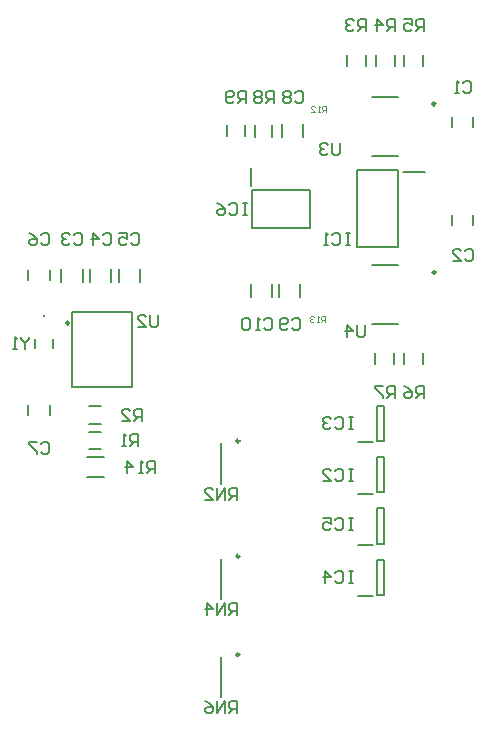
<source format=gbr>
G04*
G04 #@! TF.GenerationSoftware,Altium Limited,Altium Designer,24.3.1 (35)*
G04*
G04 Layer_Color=16776960*
%FSLAX44Y44*%
%MOMM*%
G71*
G04*
G04 #@! TF.SameCoordinates,D61E4413-AD1B-46AA-9FCE-7A96C032C263*
G04*
G04*
G04 #@! TF.FilePolarity,Positive*
G04*
G01*
G75*
%ADD11C,0.2500*%
%ADD12C,0.2000*%
%ADD13C,0.2032*%
%ADD14C,0.1016*%
D11*
X-165922Y75336D02*
G03*
X-165922Y75336I-1250J0D01*
G01*
X144100Y260858D02*
G03*
X144100Y260858I-1250J0D01*
G01*
X144354Y118110D02*
G03*
X144354Y118110I-1250J0D01*
G01*
X-21834Y-205536D02*
G03*
X-21834Y-205536I-1250J0D01*
G01*
Y-24688D02*
G03*
X-21834Y-24688I-1250J0D01*
G01*
X-21834Y-122224D02*
G03*
X-21834Y-122224I-1250J0D01*
G01*
D12*
X-187307Y80912D02*
G03*
X-187307Y81912I0J500D01*
G01*
D02*
G03*
X-187307Y80912I0J-500D01*
G01*
D02*
G03*
X-187307Y81912I0J500D01*
G01*
X-151014Y-37982D02*
X-136514D01*
X-151014Y-54982D02*
X-136514D01*
X-200807Y111588D02*
Y120061D01*
X-182225Y111588D02*
Y120061D01*
X-179807Y53912D02*
Y61912D01*
X-194807Y53912D02*
Y61912D01*
X-163322Y84836D02*
X-112522D01*
X-163322Y21336D02*
X-112522D01*
Y84836D01*
X-163322Y21336D02*
Y84836D01*
X69470Y292434D02*
Y302434D01*
X85470Y292434D02*
Y302434D01*
X109600Y292434D02*
Y302434D01*
X93600Y292434D02*
Y302434D01*
X90600Y216808D02*
X112600D01*
X90600Y266808D02*
X112600D01*
X158341Y241128D02*
Y249600D01*
X175923Y241128D02*
Y249600D01*
X29574Y97116D02*
Y108116D01*
X11574Y97116D02*
Y108116D01*
X5698Y97116D02*
Y108116D01*
X-12302Y97116D02*
Y108116D01*
X90854Y74060D02*
X112854D01*
X90854Y124060D02*
X112854D01*
X32368Y232618D02*
Y243618D01*
X14368Y232618D02*
Y243618D01*
X-12338Y191458D02*
Y206708D01*
X-11038Y187958D02*
X37962D01*
Y155958D02*
Y187958D01*
X-11038Y155958D02*
X37962D01*
X-11038D02*
Y187958D01*
X133730Y292451D02*
Y302451D01*
X117730Y292451D02*
Y302451D01*
X78786Y-25652D02*
X91286D01*
X94786Y-24652D02*
Y5348D01*
X100286D01*
Y-24652D02*
Y5348D01*
X94786Y-24652D02*
X100286D01*
X94786Y-155208D02*
X100286D01*
Y-125208D01*
X94786D02*
X100286D01*
X94786Y-155208D02*
Y-125208D01*
X78786Y-156208D02*
X91286D01*
X94786Y-111690D02*
X100286D01*
Y-81689D01*
X94786D02*
X100286D01*
X94786Y-111690D02*
Y-81689D01*
X78786Y-112689D02*
X91286D01*
X78786Y-69171D02*
X91286D01*
X94786Y-68171D02*
Y-38170D01*
X100286D01*
Y-68171D02*
Y-38170D01*
X94786Y-68171D02*
X100286D01*
X77496Y204458D02*
X112496D01*
X77496Y139458D02*
Y204458D01*
Y139458D02*
X112496D01*
Y204458D01*
X116746Y202958D02*
X135246D01*
X157841Y158578D02*
Y167050D01*
X176423Y158578D02*
Y167050D01*
X6238Y233118D02*
Y243118D01*
X-8762Y233118D02*
Y243118D01*
X-32642Y233637D02*
Y242598D01*
X-17142Y233637D02*
Y242598D01*
X93346Y40212D02*
Y50212D01*
X109346Y40212D02*
Y50212D01*
X133984Y40212D02*
Y50212D01*
X117984Y40212D02*
Y50212D01*
X-37084Y-241536D02*
Y-207536D01*
X-201061Y-2966D02*
Y5506D01*
X-182479Y-2966D02*
Y5506D01*
X-154576Y110324D02*
Y121324D01*
X-172576Y110324D02*
Y121324D01*
X-37084Y-60688D02*
Y-26688D01*
X-37084Y-158224D02*
Y-124224D01*
X-124040Y110070D02*
Y121070D01*
X-106040Y110070D02*
Y121070D01*
X-148446Y110324D02*
Y121324D01*
X-130446Y110324D02*
Y121324D01*
X-148766Y4960D02*
X-138766D01*
X-148766Y-10040D02*
X-138766D01*
X-148766Y-31630D02*
X-138766D01*
X-148766Y-16630D02*
X-138766D01*
D13*
X-92968Y-51560D02*
Y-41404D01*
X-98047D01*
X-99739Y-43096D01*
Y-46482D01*
X-98047Y-48175D01*
X-92968D01*
X-96354D02*
X-99739Y-51560D01*
X-103125D02*
X-106510D01*
X-104818D01*
Y-41404D01*
X-103125Y-43096D01*
X-116667Y-51560D02*
Y-41404D01*
X-111589Y-46482D01*
X-118360D01*
X-24050Y-255268D02*
Y-245112D01*
X-29128D01*
X-30821Y-246804D01*
Y-250190D01*
X-29128Y-251883D01*
X-24050D01*
X-27435D02*
X-30821Y-255268D01*
X-34206D02*
Y-245112D01*
X-40978Y-255268D01*
Y-245112D01*
X-51134D02*
X-47749Y-246804D01*
X-44363Y-250190D01*
Y-253576D01*
X-46056Y-255268D01*
X-49441D01*
X-51134Y-253576D01*
Y-251883D01*
X-49441Y-250190D01*
X-44363D01*
X-24050Y-74420D02*
Y-64264D01*
X-29128D01*
X-30821Y-65956D01*
Y-69342D01*
X-29128Y-71035D01*
X-24050D01*
X-27435D02*
X-30821Y-74420D01*
X-34206D02*
Y-64264D01*
X-40978Y-74420D01*
Y-64264D01*
X-51134Y-74420D02*
X-44363D01*
X-51134Y-67649D01*
Y-65956D01*
X-49441Y-64264D01*
X-46056D01*
X-44363Y-65956D01*
X85680Y322582D02*
Y332738D01*
X80602D01*
X78909Y331046D01*
Y327660D01*
X80602Y325967D01*
X85680D01*
X82294D02*
X78909Y322582D01*
X75523Y331046D02*
X73830Y332738D01*
X70445D01*
X68752Y331046D01*
Y329353D01*
X70445Y327660D01*
X72138D01*
X70445D01*
X68752Y325967D01*
Y324274D01*
X70445Y322582D01*
X73830D01*
X75523Y324274D01*
X-107785Y-29208D02*
Y-19052D01*
X-112863D01*
X-114556Y-20744D01*
Y-24130D01*
X-112863Y-25823D01*
X-107785D01*
X-111170D02*
X-114556Y-29208D01*
X-117942D02*
X-121327D01*
X-119634D01*
Y-19052D01*
X-117942Y-20744D01*
X-15752Y177036D02*
X-19138D01*
X-17445D01*
Y166880D01*
X-15752D01*
X-19138D01*
X-30987Y175344D02*
X-29294Y177036D01*
X-25909D01*
X-24216Y175344D01*
Y168572D01*
X-25909Y166880D01*
X-29294D01*
X-30987Y168572D01*
X-41144Y177036D02*
X-37758Y175344D01*
X-34373Y171958D01*
Y168572D01*
X-36066Y166880D01*
X-39451D01*
X-41144Y168572D01*
Y170265D01*
X-39451Y171958D01*
X-34373D01*
X-933Y78062D02*
X759Y79754D01*
X4145D01*
X5838Y78062D01*
Y71290D01*
X4145Y69598D01*
X759D01*
X-933Y71290D01*
X-4319Y69598D02*
X-7704D01*
X-6012D01*
Y79754D01*
X-4319Y78062D01*
X-12783D02*
X-14476Y79754D01*
X-17861D01*
X-19554Y78062D01*
Y71290D01*
X-17861Y69598D01*
X-14476D01*
X-12783Y71290D01*
Y78062D01*
X-24050Y-171956D02*
Y-161800D01*
X-29128D01*
X-30821Y-163492D01*
Y-166878D01*
X-29128Y-168571D01*
X-24050D01*
X-27435D02*
X-30821Y-171956D01*
X-34206D02*
Y-161800D01*
X-40978Y-171956D01*
Y-161800D01*
X-49441Y-171956D02*
Y-161800D01*
X-44363Y-166878D01*
X-51134D01*
X84410Y73658D02*
Y65194D01*
X82717Y63502D01*
X79332D01*
X77639Y65194D01*
Y73658D01*
X69175Y63502D02*
Y73658D01*
X74253Y68580D01*
X67482D01*
X63328Y227836D02*
Y219372D01*
X61635Y217680D01*
X58250D01*
X56557Y219372D01*
Y227836D01*
X53171Y226144D02*
X51478Y227836D01*
X48093D01*
X46400Y226144D01*
Y224451D01*
X48093Y222758D01*
X49786D01*
X48093D01*
X46400Y221065D01*
Y219372D01*
X48093Y217680D01*
X51478D01*
X53171Y219372D01*
X110318Y11432D02*
Y21588D01*
X105240D01*
X103547Y19896D01*
Y16510D01*
X105240Y14817D01*
X110318D01*
X106932D02*
X103547Y11432D01*
X100161Y21588D02*
X93390D01*
Y19896D01*
X100161Y13124D01*
Y11432D01*
X134702D02*
Y21588D01*
X129624D01*
X127931Y19896D01*
Y16510D01*
X129624Y14817D01*
X134702D01*
X131316D02*
X127931Y11432D01*
X117774Y21588D02*
X121160Y19896D01*
X124545Y16510D01*
Y13124D01*
X122852Y11432D01*
X119467D01*
X117774Y13124D01*
Y14817D01*
X119467Y16510D01*
X124545D01*
X-16428Y261114D02*
Y271270D01*
X-21506D01*
X-23199Y269578D01*
Y266192D01*
X-21506Y264499D01*
X-16428D01*
X-19814D02*
X-23199Y261114D01*
X-26585Y262806D02*
X-28278Y261114D01*
X-31663D01*
X-33356Y262806D01*
Y269578D01*
X-31663Y271270D01*
X-28278D01*
X-26585Y269578D01*
Y267885D01*
X-28278Y266192D01*
X-33356D01*
X134194Y322582D02*
Y332738D01*
X129116D01*
X127423Y331046D01*
Y327660D01*
X129116Y325967D01*
X134194D01*
X130808D02*
X127423Y322582D01*
X117266Y332738D02*
X124037D01*
Y327660D01*
X120652Y329353D01*
X118959D01*
X117266Y327660D01*
Y324274D01*
X118959Y322582D01*
X122344D01*
X124037Y324274D01*
X7194Y261114D02*
Y271270D01*
X2116D01*
X423Y269578D01*
Y266192D01*
X2116Y264499D01*
X7194D01*
X3808D02*
X423Y261114D01*
X-2963Y269578D02*
X-4656Y271270D01*
X-8041D01*
X-9734Y269578D01*
Y267885D01*
X-8041Y266192D01*
X-9734Y264499D01*
Y262806D01*
X-8041Y261114D01*
X-4656D01*
X-2963Y262806D01*
Y264499D01*
X-4656Y266192D01*
X-2963Y267885D01*
Y269578D01*
X-4656Y266192D02*
X-8041D01*
X110064Y322582D02*
Y332738D01*
X104986D01*
X103293Y331046D01*
Y327660D01*
X104986Y325967D01*
X110064D01*
X106678D02*
X103293Y322582D01*
X94829D02*
Y332738D01*
X99907Y327660D01*
X93136D01*
X22775Y78062D02*
X24468Y79754D01*
X27853D01*
X29546Y78062D01*
Y71290D01*
X27853Y69598D01*
X24468D01*
X22775Y71290D01*
X19389D02*
X17696Y69598D01*
X14311D01*
X12618Y71290D01*
Y78062D01*
X14311Y79754D01*
X17696D01*
X19389Y78062D01*
Y76369D01*
X17696Y74676D01*
X12618D01*
X25061Y269578D02*
X26754Y271270D01*
X30139D01*
X31832Y269578D01*
Y262806D01*
X30139Y261114D01*
X26754D01*
X25061Y262806D01*
X21675Y269578D02*
X19982Y271270D01*
X16597D01*
X14904Y269578D01*
Y267885D01*
X16597Y266192D01*
X14904Y264499D01*
Y262806D01*
X16597Y261114D01*
X19982D01*
X21675Y262806D01*
Y264499D01*
X19982Y266192D01*
X21675Y267885D01*
Y269578D01*
X19982Y266192D02*
X16597D01*
X-104314Y-7872D02*
Y2284D01*
X-109392D01*
X-111085Y592D01*
Y-2794D01*
X-109392Y-4487D01*
X-104314D01*
X-107700D02*
X-111085Y-7872D01*
X-121242D02*
X-114471D01*
X-121242Y-1101D01*
Y592D01*
X-119549Y2284D01*
X-116164D01*
X-114471Y592D01*
X72217Y151128D02*
X68832D01*
X70524D01*
Y140972D01*
X72217D01*
X68832D01*
X56982Y149436D02*
X58675Y151128D01*
X62060D01*
X63753Y149436D01*
Y142664D01*
X62060Y140972D01*
X58675D01*
X56982Y142664D01*
X53596Y140972D02*
X50211D01*
X51904D01*
Y151128D01*
X53596Y149436D01*
X74418Y-90172D02*
X71032D01*
X72725D01*
Y-100328D01*
X74418D01*
X71032D01*
X59183Y-91864D02*
X60876Y-90172D01*
X64261D01*
X65954Y-91864D01*
Y-98636D01*
X64261Y-100328D01*
X60876D01*
X59183Y-98636D01*
X49026Y-90172D02*
X55797D01*
Y-95250D01*
X52412Y-93557D01*
X50719D01*
X49026Y-95250D01*
Y-98636D01*
X50719Y-100328D01*
X54104D01*
X55797Y-98636D01*
X74418Y-134876D02*
X71032D01*
X72725D01*
Y-145032D01*
X74418D01*
X71032D01*
X59183Y-136568D02*
X60876Y-134876D01*
X64261D01*
X65954Y-136568D01*
Y-143340D01*
X64261Y-145032D01*
X60876D01*
X59183Y-143340D01*
X50719Y-145032D02*
Y-134876D01*
X55797Y-139954D01*
X49026D01*
X74418Y-4574D02*
X71032D01*
X72725D01*
Y-14730D01*
X74418D01*
X71032D01*
X59183Y-6266D02*
X60876Y-4574D01*
X64261D01*
X65954Y-6266D01*
Y-13038D01*
X64261Y-14730D01*
X60876D01*
X59183Y-13038D01*
X55797Y-6266D02*
X54104Y-4574D01*
X50719D01*
X49026Y-6266D01*
Y-7959D01*
X50719Y-9652D01*
X52412D01*
X50719D01*
X49026Y-11345D01*
Y-13038D01*
X50719Y-14730D01*
X54104D01*
X55797Y-13038D01*
X74418Y-48262D02*
X71032D01*
X72725D01*
Y-58418D01*
X74418D01*
X71032D01*
X59183Y-49954D02*
X60876Y-48262D01*
X64261D01*
X65954Y-49954D01*
Y-56726D01*
X64261Y-58418D01*
X60876D01*
X59183Y-56726D01*
X49026Y-58418D02*
X55797D01*
X49026Y-51647D01*
Y-49954D01*
X50719Y-48262D01*
X54104D01*
X55797Y-49954D01*
X-200094Y62990D02*
Y61298D01*
X-203479Y57912D01*
X-206865Y61298D01*
Y62990D01*
X-203479Y57912D02*
Y52834D01*
X-210250D02*
X-213636D01*
X-211943D01*
Y62990D01*
X-210250Y61298D01*
X-90850Y82040D02*
Y73576D01*
X-92543Y71884D01*
X-95928D01*
X-97621Y73576D01*
Y82040D01*
X-107778Y71884D02*
X-101007D01*
X-107778Y78655D01*
Y80348D01*
X-106085Y82040D01*
X-102700D01*
X-101007Y80348D01*
X-190077Y-27602D02*
X-188384Y-25910D01*
X-184999D01*
X-183306Y-27602D01*
Y-34374D01*
X-184999Y-36066D01*
X-188384D01*
X-190077Y-34374D01*
X-193463Y-25910D02*
X-200234D01*
Y-27602D01*
X-193463Y-34374D01*
Y-36066D01*
X-189569Y149436D02*
X-187876Y151128D01*
X-184491D01*
X-182798Y149436D01*
Y142664D01*
X-184491Y140972D01*
X-187876D01*
X-189569Y142664D01*
X-199726Y151128D02*
X-196340Y149436D01*
X-192955Y146050D01*
Y142664D01*
X-194648Y140972D01*
X-198033D01*
X-199726Y142664D01*
Y144357D01*
X-198033Y146050D01*
X-192955D01*
X-113369Y149436D02*
X-111676Y151128D01*
X-108291D01*
X-106598Y149436D01*
Y142664D01*
X-108291Y140972D01*
X-111676D01*
X-113369Y142664D01*
X-123526Y151128D02*
X-116755D01*
Y146050D01*
X-120140Y147743D01*
X-121833D01*
X-123526Y146050D01*
Y142664D01*
X-121833Y140972D01*
X-118448D01*
X-116755Y142664D01*
X-137245Y149436D02*
X-135552Y151128D01*
X-132167D01*
X-130474Y149436D01*
Y142664D01*
X-132167Y140972D01*
X-135552D01*
X-137245Y142664D01*
X-145709Y140972D02*
Y151128D01*
X-140631Y146050D01*
X-147402D01*
X-162137Y149436D02*
X-160444Y151128D01*
X-157059D01*
X-155366Y149436D01*
Y142664D01*
X-157059Y140972D01*
X-160444D01*
X-162137Y142664D01*
X-165523Y149436D02*
X-167216Y151128D01*
X-170601D01*
X-172294Y149436D01*
Y147743D01*
X-170601Y146050D01*
X-168908D01*
X-170601D01*
X-172294Y144357D01*
Y142664D01*
X-170601Y140972D01*
X-167216D01*
X-165523Y142664D01*
X168825Y135974D02*
X170518Y137666D01*
X173903D01*
X175596Y135974D01*
Y129202D01*
X173903Y127510D01*
X170518D01*
X168825Y129202D01*
X158668Y127510D02*
X165439D01*
X158668Y134281D01*
Y135974D01*
X160361Y137666D01*
X163746D01*
X165439Y135974D01*
X167640Y278468D02*
X169333Y280160D01*
X172718D01*
X174411Y278468D01*
Y271696D01*
X172718Y270004D01*
X169333D01*
X167640Y271696D01*
X164254Y270004D02*
X160869D01*
X162562D01*
Y280160D01*
X164254Y278468D01*
D14*
X51306Y253593D02*
Y258671D01*
X48767D01*
X47920Y257825D01*
Y256132D01*
X48767Y255286D01*
X51306D01*
X49613D02*
X47920Y253593D01*
X46228D02*
X44535D01*
X45381D01*
Y258671D01*
X46228Y257825D01*
X38610Y253593D02*
X41996D01*
X38610Y256978D01*
Y257825D01*
X39456Y258671D01*
X41149D01*
X41996Y257825D01*
X50798Y76455D02*
Y81533D01*
X48259D01*
X47412Y80687D01*
Y78994D01*
X48259Y78148D01*
X50798D01*
X49105D02*
X47412Y76455D01*
X45720D02*
X44027D01*
X44873D01*
Y81533D01*
X45720Y80687D01*
X41488D02*
X40641Y81533D01*
X38948D01*
X38102Y80687D01*
Y79840D01*
X38948Y78994D01*
X39795D01*
X38948D01*
X38102Y78148D01*
Y77301D01*
X38948Y76455D01*
X40641D01*
X41488Y77301D01*
M02*

</source>
